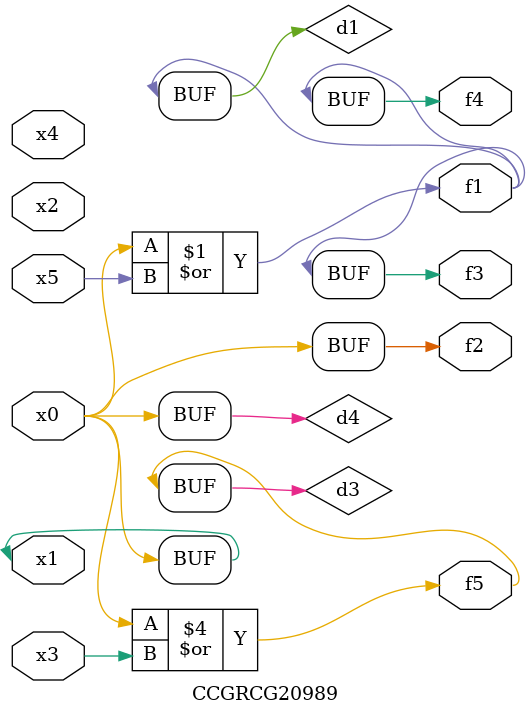
<source format=v>
module CCGRCG20989(
	input x0, x1, x2, x3, x4, x5,
	output f1, f2, f3, f4, f5
);

	wire d1, d2, d3, d4;

	or (d1, x0, x5);
	xnor (d2, x1, x4);
	or (d3, x0, x3);
	buf (d4, x0, x1);
	assign f1 = d1;
	assign f2 = d4;
	assign f3 = d1;
	assign f4 = d1;
	assign f5 = d3;
endmodule

</source>
